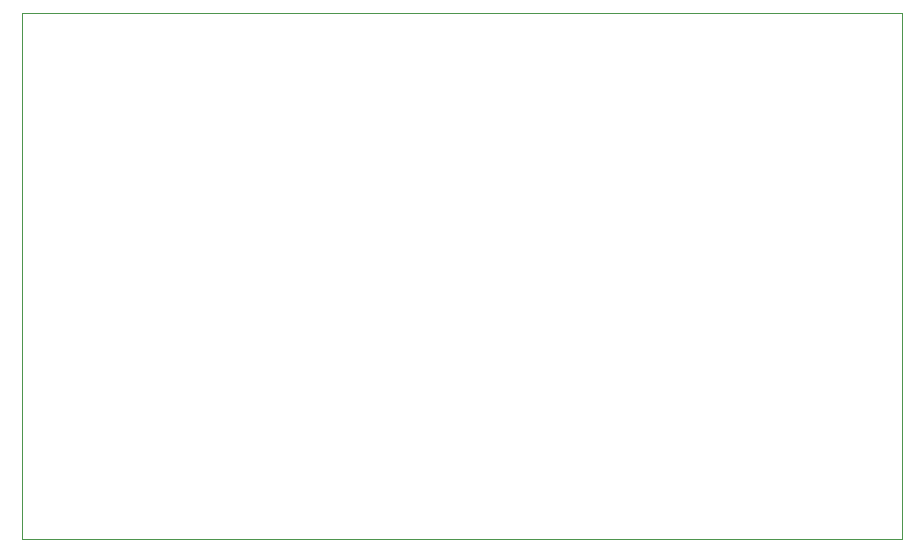
<source format=gbr>
%TF.GenerationSoftware,KiCad,Pcbnew,8.0.7*%
%TF.CreationDate,2025-02-17T19:38:04-05:00*%
%TF.ProjectId,peripheralBoard,70657269-7068-4657-9261-6c426f617264,rev?*%
%TF.SameCoordinates,Original*%
%TF.FileFunction,Profile,NP*%
%FSLAX46Y46*%
G04 Gerber Fmt 4.6, Leading zero omitted, Abs format (unit mm)*
G04 Created by KiCad (PCBNEW 8.0.7) date 2025-02-17 19:38:04*
%MOMM*%
%LPD*%
G01*
G04 APERTURE LIST*
%TA.AperFunction,Profile*%
%ADD10C,0.050000*%
%TD*%
G04 APERTURE END LIST*
D10*
X159000000Y-53000000D02*
X233500000Y-53000000D01*
X233500000Y-97500000D01*
X159000000Y-97500000D01*
X159000000Y-53000000D01*
M02*

</source>
